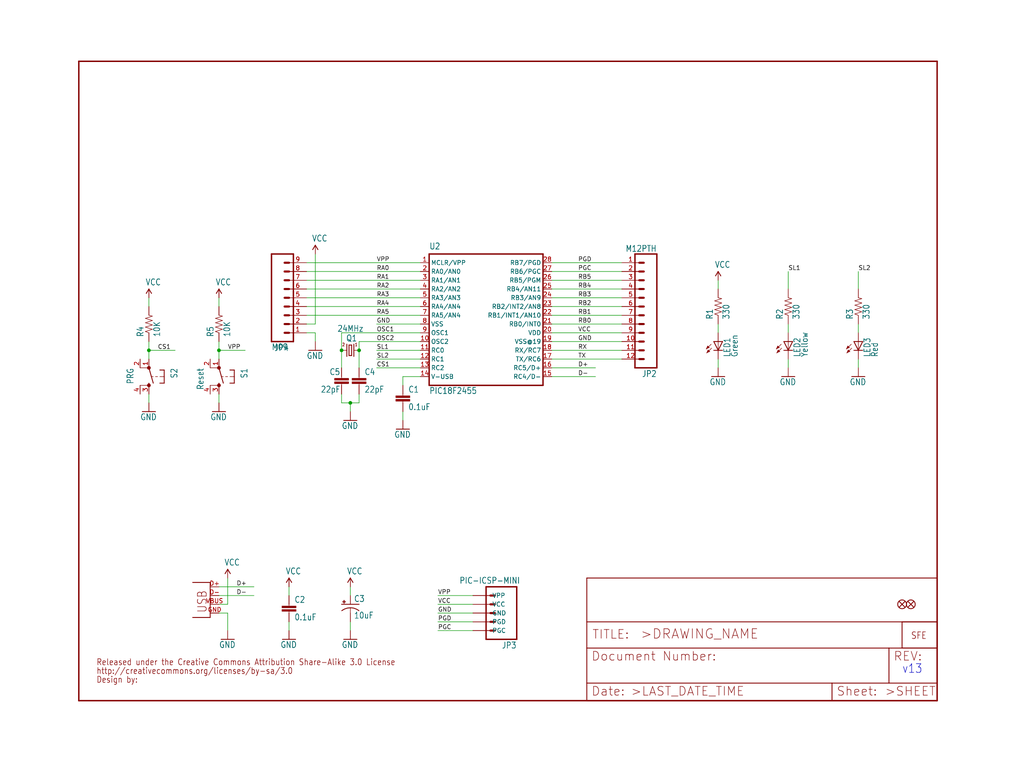
<source format=kicad_sch>
(kicad_sch (version 20211123) (generator eeschema)
  (paper "User" 297.002 223.926)
  (lib_symbols
    (symbol "eagleSchem-eagle-import:CAP0402-CAP"
      (property "Reference" "C" (at 1.524 2.921 0))
      (property "Value" "CAP0402-CAP" (at 1.524 -2.159 0))
      (symbol "CAP0402-CAP_1_0"
        (rectangle (start -2.032 0.508) (end 2.032 1.016) (fill (type outline)))
        (rectangle (start -2.032 1.524) (end 2.032 2.032) (fill (type outline)))
        (polyline (pts (xy 0 0) (xy 0 0.508)) (stroke (width 0.1524)))
        (polyline (pts (xy 0 2.54) (xy 0 2.032)) (stroke (width 0.1524)))
        (pin passive line (at 0 5.08 270) (length 2.54) (name "1") (number "1"))
        (pin passive line (at 0 -2.54 90) (length 2.54) (name "2") (number "2"))
      )
    )
    (symbol "eagleSchem-eagle-import:CAP_POL1206"
      (property "Reference" "C" (at 1.016 0.635 0))
      (property "Value" "CAP_POL1206" (at 1.016 -4.191 0))
      (symbol "CAP_POL1206_1_0"
        (rectangle (start -2.253 0.668) (end -1.364 0.795) (fill (type outline)))
        (rectangle (start -1.872 0.287) (end -1.745 1.176) (fill (type outline)))
        (arc (start 0 -1.0161) (mid -1.3021 -1.2302) (end -2.4669 -1.8504) (stroke (width 0.254)))
        (polyline (pts (xy -2.54 0) (xy 2.54 0)) (stroke (width 0.254)))
        (polyline (pts (xy 0 -1.016) (xy 0 -2.54)) (stroke (width 0.1524)))
        (arc (start 2.4892 -1.8542) (mid 1.3158 -1.2195) (end 0 -1) (stroke (width 0.254)))
        (pin passive line (at 0 2.54 270) (length 2.54) (name "+") (number "A"))
        (pin passive line (at 0 -5.08 90) (length 2.54) (name "-") (number "C"))
      )
    )
    (symbol "eagleSchem-eagle-import:CREATIVE_COMMONS"
      (symbol "CREATIVE_COMMONS_1_0"
        (text "Design by:" (at 0 0 0) (effects (font (size 1.778 1.5113)) (justify left bottom)))
        (text "http://creativecommons.org/licenses/by-sa/3.0" (at 0 2.54 0) (effects (font (size 1.778 1.5113)) (justify left bottom)))
        (text "Released under the Creative Commons Attribution Share-Alike 3.0 License" (at 0 5.08 0) (effects (font (size 1.778 1.5113)) (justify left bottom)))
      )
    )
    (symbol "eagleSchem-eagle-import:CRYSTAL5X3"
      (property "Reference" "Q" (at 2.54 1.016 0))
      (property "Value" "CRYSTAL5X3" (at 2.54 -2.54 0))
      (symbol "CRYSTAL5X3_1_0"
        (polyline (pts (xy -2.54 0) (xy -1.016 0)) (stroke (width 0.1524)))
        (polyline (pts (xy -1.016 1.778) (xy -1.016 -1.778)) (stroke (width 0.254)))
        (polyline (pts (xy -0.381 -1.524) (xy 0.381 -1.524)) (stroke (width 0.254)))
        (polyline (pts (xy -0.381 1.524) (xy -0.381 -1.524)) (stroke (width 0.254)))
        (polyline (pts (xy 0.381 -1.524) (xy 0.381 1.524)) (stroke (width 0.254)))
        (polyline (pts (xy 0.381 1.524) (xy -0.381 1.524)) (stroke (width 0.254)))
        (polyline (pts (xy 1.016 0) (xy 2.54 0)) (stroke (width 0.1524)))
        (polyline (pts (xy 1.016 1.778) (xy 1.016 -1.778)) (stroke (width 0.254)))
        (text "1" (at -2.159 -1.143 0) (effects (font (size 0.8636 0.734)) (justify left bottom)))
        (text "2" (at 1.524 -1.143 0) (effects (font (size 0.8636 0.734)) (justify left bottom)))
        (pin passive line (at -2.54 0 0) (length 0) (name "1") (number "1"))
        (pin passive line (at 2.54 0 180) (length 0) (name "2") (number "3"))
      )
    )
    (symbol "eagleSchem-eagle-import:FIDUCIAL1X2"
      (symbol "FIDUCIAL1X2_1_0"
        (polyline (pts (xy -0.762 0.762) (xy 0.762 -0.762)) (stroke (width 0.254)))
        (polyline (pts (xy 0.762 0.762) (xy -0.762 -0.762)) (stroke (width 0.254)))
        (circle (center 0 0) (radius 1.27) (stroke (width 0.254)))
      )
    )
    (symbol "eagleSchem-eagle-import:FRAME-LETTER"
      (symbol "FRAME-LETTER_1_0"
        (polyline (pts (xy 0 0) (xy 248.92 0)) (stroke (width 0.4064)))
        (polyline (pts (xy 0 185.42) (xy 0 0)) (stroke (width 0.4064)))
        (polyline (pts (xy 0 185.42) (xy 248.92 185.42)) (stroke (width 0.4064)))
        (polyline (pts (xy 248.92 185.42) (xy 248.92 0)) (stroke (width 0.4064)))
      )
      (symbol "FRAME-LETTER_2_0"
        (polyline (pts (xy 0 0) (xy 0 5.08)) (stroke (width 0.254)))
        (polyline (pts (xy 0 0) (xy 71.12 0)) (stroke (width 0.254)))
        (polyline (pts (xy 0 5.08) (xy 0 15.24)) (stroke (width 0.254)))
        (polyline (pts (xy 0 5.08) (xy 71.12 5.08)) (stroke (width 0.254)))
        (polyline (pts (xy 0 15.24) (xy 0 22.86)) (stroke (width 0.254)))
        (polyline (pts (xy 0 22.86) (xy 0 35.56)) (stroke (width 0.254)))
        (polyline (pts (xy 0 22.86) (xy 101.6 22.86)) (stroke (width 0.254)))
        (polyline (pts (xy 71.12 0) (xy 101.6 0)) (stroke (width 0.254)))
        (polyline (pts (xy 71.12 5.08) (xy 71.12 0)) (stroke (width 0.254)))
        (polyline (pts (xy 71.12 5.08) (xy 87.63 5.08)) (stroke (width 0.254)))
        (polyline (pts (xy 87.63 5.08) (xy 101.6 5.08)) (stroke (width 0.254)))
        (polyline (pts (xy 87.63 15.24) (xy 0 15.24)) (stroke (width 0.254)))
        (polyline (pts (xy 87.63 15.24) (xy 87.63 5.08)) (stroke (width 0.254)))
        (polyline (pts (xy 101.6 5.08) (xy 101.6 0)) (stroke (width 0.254)))
        (polyline (pts (xy 101.6 15.24) (xy 87.63 15.24)) (stroke (width 0.254)))
        (polyline (pts (xy 101.6 15.24) (xy 101.6 5.08)) (stroke (width 0.254)))
        (polyline (pts (xy 101.6 22.86) (xy 101.6 15.24)) (stroke (width 0.254)))
        (polyline (pts (xy 101.6 35.56) (xy 0 35.56)) (stroke (width 0.254)))
        (polyline (pts (xy 101.6 35.56) (xy 101.6 22.86)) (stroke (width 0.254)))
        (text ">DRAWING_NAME" (at 15.494 17.78 0) (effects (font (size 2.7432 2.7432)) (justify left bottom)))
        (text ">LAST_DATE_TIME" (at 12.7 1.27 0) (effects (font (size 2.54 2.54)) (justify left bottom)))
        (text ">SHEET" (at 86.36 1.27 0) (effects (font (size 2.54 2.54)) (justify left bottom)))
        (text "Date:" (at 1.27 1.27 0) (effects (font (size 2.54 2.54)) (justify left bottom)))
        (text "Document Number:" (at 1.27 11.43 0) (effects (font (size 2.54 2.54)) (justify left bottom)))
        (text "REV:" (at 88.9 11.43 0) (effects (font (size 2.54 2.54)) (justify left bottom)))
        (text "Sheet:" (at 72.39 1.27 0) (effects (font (size 2.54 2.54)) (justify left bottom)))
        (text "TITLE:" (at 1.524 17.78 0) (effects (font (size 2.54 2.54)) (justify left bottom)))
      )
    )
    (symbol "eagleSchem-eagle-import:GND" (power)
      (property "Value" "GND" (at -2.54 -2.54 0))
      (symbol "GND_1_0"
        (polyline (pts (xy -1.905 0) (xy 1.905 0)) (stroke (width 0.254)))
        (pin power_in line (at 0 2.54 270) (length 2.54) (name "GND") (number "1"))
      )
    )
    (symbol "eagleSchem-eagle-import:LED1206"
      (property "Reference" "LED" (at 3.556 -4.572 90))
      (property "Value" "LED1206" (at 5.715 -4.572 90))
      (symbol "LED1206_1_0"
        (polyline (pts (xy -2.032 -0.762) (xy -3.429 -2.159)) (stroke (width 0.1524)))
        (polyline (pts (xy -1.905 -1.905) (xy -3.302 -3.302)) (stroke (width 0.1524)))
        (polyline (pts (xy 0 -2.54) (xy -1.27 -2.54)) (stroke (width 0.254)))
        (polyline (pts (xy 0 -2.54) (xy -1.27 0)) (stroke (width 0.254)))
        (polyline (pts (xy 0 0) (xy -1.27 0)) (stroke (width 0.254)))
        (polyline (pts (xy 0 0) (xy 0 -2.54)) (stroke (width 0.1524)))
        (polyline (pts (xy 1.27 -2.54) (xy 0 -2.54)) (stroke (width 0.254)))
        (polyline (pts (xy 1.27 0) (xy 0 -2.54)) (stroke (width 0.254)))
        (polyline (pts (xy 1.27 0) (xy 0 0)) (stroke (width 0.254)))
        (polyline (pts (xy -3.429 -2.159) (xy -3.048 -1.27) (xy -2.54 -1.778)) (fill (type outline)))
        (polyline (pts (xy -3.302 -3.302) (xy -2.921 -2.413) (xy -2.413 -2.921)) (fill (type outline)))
        (pin passive line (at 0 2.54 270) (length 2.54) (name "A") (number "A"))
        (pin passive line (at 0 -5.08 90) (length 2.54) (name "C") (number "C"))
      )
    )
    (symbol "eagleSchem-eagle-import:LOGO-SFENEW"
      (symbol "LOGO-SFENEW_1_0"
        (polyline (pts (xy -2.54 -2.54) (xy 7.62 -2.54)) (stroke (width 0.254)))
        (polyline (pts (xy -2.54 5.08) (xy -2.54 -2.54)) (stroke (width 0.254)))
        (polyline (pts (xy 7.62 -2.54) (xy 7.62 5.08)) (stroke (width 0.254)))
        (polyline (pts (xy 7.62 5.08) (xy -2.54 5.08)) (stroke (width 0.254)))
        (text "SFE" (at 0 0 0) (effects (font (size 1.9304 1.6408)) (justify left bottom)))
      )
    )
    (symbol "eagleSchem-eagle-import:M09"
      (property "Reference" "JP" (at 0 16.51 0))
      (property "Value" "M09" (at 0 -15.24 0))
      (symbol "M09_1_0"
        (polyline (pts (xy 0 12.7) (xy 0 -12.7)) (stroke (width 0.4064)))
        (polyline (pts (xy 0 12.7) (xy 6.35 12.7)) (stroke (width 0.4064)))
        (polyline (pts (xy 3.81 -10.16) (xy 5.08 -10.16)) (stroke (width 0.6096)))
        (polyline (pts (xy 3.81 -7.62) (xy 5.08 -7.62)) (stroke (width 0.6096)))
        (polyline (pts (xy 3.81 -5.08) (xy 5.08 -5.08)) (stroke (width 0.6096)))
        (polyline (pts (xy 3.81 -2.54) (xy 5.08 -2.54)) (stroke (width 0.6096)))
        (polyline (pts (xy 3.81 0) (xy 5.08 0)) (stroke (width 0.6096)))
        (polyline (pts (xy 3.81 2.54) (xy 5.08 2.54)) (stroke (width 0.6096)))
        (polyline (pts (xy 3.81 5.08) (xy 5.08 5.08)) (stroke (width 0.6096)))
        (polyline (pts (xy 3.81 7.62) (xy 5.08 7.62)) (stroke (width 0.6096)))
        (polyline (pts (xy 3.81 10.16) (xy 5.08 10.16)) (stroke (width 0.6096)))
        (polyline (pts (xy 6.35 -12.7) (xy 0 -12.7)) (stroke (width 0.4064)))
        (polyline (pts (xy 6.35 -12.7) (xy 6.35 12.7)) (stroke (width 0.4064)))
        (pin passive line (at 10.16 -10.16 180) (length 5.08) (name "1") (number "1"))
        (pin passive line (at 10.16 -7.62 180) (length 5.08) (name "2") (number "2"))
        (pin passive line (at 10.16 -5.08 180) (length 5.08) (name "3") (number "3"))
        (pin passive line (at 10.16 -2.54 180) (length 5.08) (name "4") (number "4"))
        (pin passive line (at 10.16 0 180) (length 5.08) (name "5") (number "5"))
        (pin passive line (at 10.16 2.54 180) (length 5.08) (name "6") (number "6"))
        (pin passive line (at 10.16 5.08 180) (length 5.08) (name "7") (number "7"))
        (pin passive line (at 10.16 7.62 180) (length 5.08) (name "8") (number "8"))
        (pin passive line (at 10.16 10.16 180) (length 5.08) (name "9") (number "9"))
      )
    )
    (symbol "eagleSchem-eagle-import:M12PTH"
      (property "Reference" "JP" (at 0 16.002 0))
      (property "Value" "M12PTH" (at 0 -20.32 0))
      (symbol "M12PTH_1_0"
        (polyline (pts (xy 0 15.24) (xy 0 -17.78)) (stroke (width 0.4064)))
        (polyline (pts (xy 0 15.24) (xy 6.35 15.24)) (stroke (width 0.4064)))
        (polyline (pts (xy 3.81 -15.24) (xy 5.08 -15.24)) (stroke (width 0.6096)))
        (polyline (pts (xy 3.81 -12.7) (xy 5.08 -12.7)) (stroke (width 0.6096)))
        (polyline (pts (xy 3.81 -10.16) (xy 5.08 -10.16)) (stroke (width 0.6096)))
        (polyline (pts (xy 3.81 -7.62) (xy 5.08 -7.62)) (stroke (width 0.6096)))
        (polyline (pts (xy 3.81 -5.08) (xy 5.08 -5.08)) (stroke (width 0.6096)))
        (polyline (pts (xy 3.81 -2.54) (xy 5.08 -2.54)) (stroke (width 0.6096)))
        (polyline (pts (xy 3.81 0) (xy 5.08 0)) (stroke (width 0.6096)))
        (polyline (pts (xy 3.81 2.54) (xy 5.08 2.54)) (stroke (width 0.6096)))
        (polyline (pts (xy 3.81 5.08) (xy 5.08 5.08)) (stroke (width 0.6096)))
        (polyline (pts (xy 3.81 7.62) (xy 5.08 7.62)) (stroke (width 0.6096)))
        (polyline (pts (xy 3.81 10.16) (xy 5.08 10.16)) (stroke (width 0.6096)))
        (polyline (pts (xy 3.81 12.7) (xy 5.08 12.7)) (stroke (width 0.6096)))
        (polyline (pts (xy 6.35 -17.78) (xy 0 -17.78)) (stroke (width 0.4064)))
        (polyline (pts (xy 6.35 -17.78) (xy 6.35 15.24)) (stroke (width 0.4064)))
        (pin passive line (at 10.16 -15.24 180) (length 5.08) (name "1") (number "1"))
        (pin passive line (at 10.16 7.62 180) (length 5.08) (name "10") (number "10"))
        (pin passive line (at 10.16 10.16 180) (length 5.08) (name "11") (number "11"))
        (pin passive line (at 10.16 12.7 180) (length 5.08) (name "12") (number "12"))
        (pin passive line (at 10.16 -12.7 180) (length 5.08) (name "2") (number "2"))
        (pin passive line (at 10.16 -10.16 180) (length 5.08) (name "3") (number "3"))
        (pin passive line (at 10.16 -7.62 180) (length 5.08) (name "4") (number "4"))
        (pin passive line (at 10.16 -5.08 180) (length 5.08) (name "5") (number "5"))
        (pin passive line (at 10.16 -2.54 180) (length 5.08) (name "6") (number "6"))
        (pin passive line (at 10.16 0 180) (length 5.08) (name "7") (number "7"))
        (pin passive line (at 10.16 2.54 180) (length 5.08) (name "8") (number "8"))
        (pin passive line (at 10.16 5.08 180) (length 5.08) (name "9") (number "9"))
      )
    )
    (symbol "eagleSchem-eagle-import:PIC-ICSP-MINI"
      (property "Value" "PIC-ICSP-MINI" (at 6.096 10.414 0))
      (symbol "PIC-ICSP-MINI_1_0"
        (polyline (pts (xy -3.81 7.62) (xy -3.81 -7.62)) (stroke (width 0.4064)))
        (polyline (pts (xy -3.81 7.62) (xy 5.08 7.62)) (stroke (width 0.4064)))
        (polyline (pts (xy -1.27 -5.08) (xy -2.54 -5.08)) (stroke (width 0.6096)))
        (polyline (pts (xy -1.27 -2.54) (xy -2.54 -2.54)) (stroke (width 0.6096)))
        (polyline (pts (xy -1.27 0) (xy -2.54 0)) (stroke (width 0.6096)))
        (polyline (pts (xy -1.27 2.54) (xy -2.54 2.54)) (stroke (width 0.6096)))
        (polyline (pts (xy -1.27 5.08) (xy -2.54 5.08)) (stroke (width 0.6096)))
        (polyline (pts (xy 5.08 -7.62) (xy -3.81 -7.62)) (stroke (width 0.4064)))
        (polyline (pts (xy 5.08 -7.62) (xy 5.08 7.62)) (stroke (width 0.4064)))
        (pin passive line (at -7.62 5.08 0) (length 5.08) (name "VPP") (number "1"))
        (pin passive line (at -7.62 2.54 0) (length 5.08) (name "VCC") (number "2"))
        (pin passive line (at -7.62 0 0) (length 5.08) (name "GND") (number "3"))
        (pin passive line (at -7.62 -2.54 0) (length 5.08) (name "PGD") (number "4"))
        (pin passive line (at -7.62 -5.08 0) (length 5.08) (name "PGC") (number "5"))
      )
    )
    (symbol "eagleSchem-eagle-import:PIC18F2455SMD"
      (property "Value" "PIC18F2455SMD" (at -17.78 -20.32 0))
      (symbol "PIC18F2455SMD_1_0"
        (polyline (pts (xy -17.78 -17.78) (xy -17.78 20.32)) (stroke (width 0.4064)))
        (polyline (pts (xy -17.78 20.32) (xy 15.24 20.32)) (stroke (width 0.4064)))
        (polyline (pts (xy 15.24 -17.78) (xy -17.78 -17.78)) (stroke (width 0.4064)))
        (polyline (pts (xy 15.24 20.32) (xy 15.24 -17.78)) (stroke (width 0.4064)))
        (pin bidirectional line (at -20.32 17.78 0) (length 2.54) (name "MCLR/VPP") (number "1"))
        (pin bidirectional line (at -20.32 -5.08 0) (length 2.54) (name "OSC2") (number "10"))
        (pin bidirectional line (at -20.32 -7.62 0) (length 2.54) (name "RC0") (number "11"))
        (pin bidirectional line (at -20.32 -10.16 0) (length 2.54) (name "RC1") (number "12"))
        (pin bidirectional line (at -20.32 -12.7 0) (length 2.54) (name "RC2") (number "13"))
        (pin bidirectional line (at -20.32 -15.24 0) (length 2.54) (name "V-USB") (number "14"))
        (pin bidirectional line (at 17.78 -15.24 180) (length 2.54) (name "RC4/D-") (number "15"))
        (pin bidirectional line (at 17.78 -12.7 180) (length 2.54) (name "RC5/D+") (number "16"))
        (pin bidirectional line (at 17.78 -10.16 180) (length 2.54) (name "TX/RC6") (number "17"))
        (pin input line (at 17.78 -7.62 180) (length 2.54) (name "RX/RC7") (number "18"))
        (pin power_in line (at 17.78 -5.08 180) (length 2.54) (name "VSS@19") (number "19"))
        (pin bidirectional line (at -20.32 15.24 0) (length 2.54) (name "RA0/AN0") (number "2"))
        (pin power_in line (at 17.78 -2.54 180) (length 2.54) (name "VDD") (number "20"))
        (pin bidirectional line (at 17.78 0 180) (length 2.54) (name "RB0/INT0") (number "21"))
        (pin bidirectional line (at 17.78 2.54 180) (length 2.54) (name "RB1/INT1/AN10") (number "22"))
        (pin bidirectional line (at 17.78 5.08 180) (length 2.54) (name "RB2/INT2/AN8") (number "23"))
        (pin bidirectional line (at 17.78 7.62 180) (length 2.54) (name "RB3/AN9") (number "24"))
        (pin bidirectional line (at 17.78 10.16 180) (length 2.54) (name "RB4/AN11") (number "25"))
        (pin bidirectional line (at 17.78 12.7 180) (length 2.54) (name "RB5/PGM") (number "26"))
        (pin bidirectional line (at 17.78 15.24 180) (length 2.54) (name "RB6/PGC") (number "27"))
        (pin bidirectional line (at 17.78 17.78 180) (length 2.54) (name "RB7/PGD") (number "28"))
        (pin bidirectional line (at -20.32 12.7 0) (length 2.54) (name "RA1/AN1") (number "3"))
        (pin bidirectional line (at -20.32 10.16 0) (length 2.54) (name "RA2/AN2") (number "4"))
        (pin bidirectional line (at -20.32 7.62 0) (length 2.54) (name "RA3/AN3") (number "5"))
        (pin bidirectional line (at -20.32 5.08 0) (length 2.54) (name "RA4/AN4") (number "6"))
        (pin bidirectional line (at -20.32 2.54 0) (length 2.54) (name "RA5/AN4") (number "7"))
        (pin power_in line (at -20.32 0 0) (length 2.54) (name "VSS") (number "8"))
        (pin bidirectional line (at -20.32 -2.54 0) (length 2.54) (name "OSC1") (number "9"))
      )
    )
    (symbol "eagleSchem-eagle-import:RESISTOR0402-RES"
      (property "Reference" "R" (at -3.81 1.4986 0))
      (property "Value" "RESISTOR0402-RES" (at -3.81 -3.302 0))
      (symbol "RESISTOR0402-RES_1_0"
        (polyline (pts (xy -2.54 0) (xy -2.159 1.016)) (stroke (width 0.1524)))
        (polyline (pts (xy -2.159 1.016) (xy -1.524 -1.016)) (stroke (width 0.1524)))
        (polyline (pts (xy -1.524 -1.016) (xy -0.889 1.016)) (stroke (width 0.1524)))
        (polyline (pts (xy -0.889 1.016) (xy -0.254 -1.016)) (stroke (width 0.1524)))
        (polyline (pts (xy -0.254 -1.016) (xy 0.381 1.016)) (stroke (width 0.1524)))
        (polyline (pts (xy 0.381 1.016) (xy 1.016 -1.016)) (stroke (width 0.1524)))
        (polyline (pts (xy 1.016 -1.016) (xy 1.651 1.016)) (stroke (width 0.1524)))
        (polyline (pts (xy 1.651 1.016) (xy 2.286 -1.016)) (stroke (width 0.1524)))
        (polyline (pts (xy 2.286 -1.016) (xy 2.54 0)) (stroke (width 0.1524)))
        (pin passive line (at -5.08 0 0) (length 2.54) (name "1") (number "1"))
        (pin passive line (at 5.08 0 180) (length 2.54) (name "2") (number "2"))
      )
    )
    (symbol "eagleSchem-eagle-import:TAC_SWITCHSMD"
      (property "Reference" "S" (at -2.54 6.35 0))
      (property "Value" "TAC_SWITCHSMD" (at -2.54 -6.35 0))
      (symbol "TAC_SWITCHSMD_1_0"
        (circle (center -2.54 0) (radius 0.127) (stroke (width 0.4064)))
        (polyline (pts (xy -2.54 -2.54) (xy -2.54 0)) (stroke (width 0.1524)))
        (polyline (pts (xy -2.54 0) (xy 1.905 1.27)) (stroke (width 0.254)))
        (polyline (pts (xy -1.905 4.445) (xy -1.905 3.175)) (stroke (width 0.254)))
        (polyline (pts (xy 0 1.27) (xy 0 0.635)) (stroke (width 0.1524)))
        (polyline (pts (xy 0 2.54) (xy 0 1.905)) (stroke (width 0.1524)))
        (polyline (pts (xy 0 4.445) (xy -1.905 4.445)) (stroke (width 0.254)))
        (polyline (pts (xy 0 4.445) (xy 0 3.175)) (stroke (width 0.1524)))
        (polyline (pts (xy 1.905 0) (xy 2.54 0)) (stroke (width 0.254)))
        (polyline (pts (xy 1.905 4.445) (xy 0 4.445)) (stroke (width 0.254)))
        (polyline (pts (xy 1.905 4.445) (xy 1.905 3.175)) (stroke (width 0.254)))
        (polyline (pts (xy 2.54 -2.54) (xy 2.54 0)) (stroke (width 0.1524)))
        (circle (center 2.54 0) (radius 0.127) (stroke (width 0.4064)))
        (pin passive line (at -5.08 0 0) (length 2.54) (name "1") (number "1"))
        (pin passive line (at -5.08 -2.54 0) (length 2.54) (name "2") (number "2"))
        (pin passive line (at 5.08 0 180) (length 2.54) (name "3") (number "3"))
        (pin passive line (at 5.08 -2.54 180) (length 2.54) (name "4") (number "4"))
      )
    )
    (symbol "eagleSchem-eagle-import:USBSMD"
      (symbol "USBSMD_1_0"
        (polyline (pts (xy 0 -1.27) (xy 5.08 -1.27)) (stroke (width 0.254)))
        (polyline (pts (xy 0 8.89) (xy 0 -1.27)) (stroke (width 0.254)))
        (polyline (pts (xy 5.08 8.89) (xy 0 8.89)) (stroke (width 0.254)))
        (text "USB" (at 3.81 0 900) (effects (font (size 2.54 2.159)) (justify left bottom)))
        (pin bidirectional line (at -2.54 7.62 0) (length 2.54) (name "D+") (number "D+"))
        (pin bidirectional line (at -2.54 5.08 0) (length 2.54) (name "D-") (number "D-"))
        (pin bidirectional line (at -2.54 0 0) (length 2.54) (name "GND") (number "GND"))
        (pin bidirectional line (at -2.54 2.54 0) (length 2.54) (name "VBUS") (number "VBUS"))
      )
    )
    (symbol "eagleSchem-eagle-import:VCC" (power)
      (property "Value" "VCC" (at -1.016 3.556 0))
      (symbol "VCC_1_0"
        (polyline (pts (xy 0 2.54) (xy -0.762 1.27)) (stroke (width 0.254)))
        (polyline (pts (xy 0.762 1.27) (xy 0 2.54)) (stroke (width 0.254)))
        (pin power_in line (at 0 0 90) (length 2.54) (name "VCC") (number "1"))
      )
    )
  )
  (junction (at 104.14 101.6))
  (junction (at 99.06 101.6))
  (junction (at 43.18 101.6))
  (junction (at 63.5 101.6))
  (junction (at 101.6 116.84))
  (wire (pts (xy 83.82 172.72) (xy 83.82 170.18)))
  (wire (pts (xy 121.92 83.82) (xy 88.9 83.82)))
  (wire (pts (xy 180.34 99.06) (xy 160.02 99.06)))
  (wire (pts (xy 63.5 116.84) (xy 63.5 114.3)))
  (wire (pts (xy 160.02 96.52) (xy 180.34 96.52)))
  (wire (pts (xy 88.9 93.98) (xy 91.44 93.98)))
  (wire (pts (xy 101.6 116.84) (xy 99.06 116.84)))
  (wire (pts (xy 91.44 96.52) (xy 91.44 99.06)))
  (wire (pts (xy 160.02 86.36) (xy 180.34 86.36)))
  (wire (pts (xy 99.06 116.84) (xy 99.06 114.3)))
  (wire (pts (xy 99.06 96.52) (xy 99.06 101.6)))
  (wire (pts (xy 63.5 104.14) (xy 63.5 101.6)))
  (wire (pts (xy 99.06 101.6) (xy 99.06 106.68)))
  (wire (pts (xy 63.5 88.9) (xy 63.5 86.36)))
  (wire (pts (xy 121.92 76.2) (xy 88.9 76.2)))
  (wire (pts (xy 228.6 106.68) (xy 228.6 104.14)))
  (wire (pts (xy 101.6 119.38) (xy 101.6 116.84)))
  (wire (pts (xy 248.92 83.82) (xy 248.92 78.74)))
  (wire (pts (xy 66.04 177.8) (xy 66.04 182.88)))
  (wire (pts (xy 160.02 81.28) (xy 180.34 81.28)))
  (wire (pts (xy 160.02 76.2) (xy 180.34 76.2)))
  (wire (pts (xy 63.5 175.26) (xy 66.04 175.26)))
  (wire (pts (xy 104.14 101.6) (xy 104.14 106.68)))
  (wire (pts (xy 121.92 104.14) (xy 109.22 104.14)))
  (wire (pts (xy 63.5 177.8) (xy 66.04 177.8)))
  (wire (pts (xy 160.02 101.6) (xy 180.34 101.6)))
  (wire (pts (xy 43.18 99.06) (xy 43.18 101.6)))
  (wire (pts (xy 88.9 96.52) (xy 91.44 96.52)))
  (wire (pts (xy 104.14 116.84) (xy 101.6 116.84)))
  (wire (pts (xy 116.84 119.38) (xy 116.84 121.92)))
  (wire (pts (xy 63.5 101.6) (xy 63.5 99.06)))
  (wire (pts (xy 101.6 170.18) (xy 101.6 172.72)))
  (wire (pts (xy 180.34 93.98) (xy 160.02 93.98)))
  (wire (pts (xy 137.16 182.88) (xy 127 182.88)))
  (wire (pts (xy 160.02 106.68) (xy 172.72 106.68)))
  (wire (pts (xy 228.6 83.82) (xy 228.6 78.74)))
  (wire (pts (xy 121.92 86.36) (xy 88.9 86.36)))
  (wire (pts (xy 121.92 81.28) (xy 88.9 81.28)))
  (wire (pts (xy 121.92 99.06) (xy 104.14 99.06)))
  (wire (pts (xy 180.34 88.9) (xy 160.02 88.9)))
  (wire (pts (xy 208.28 93.98) (xy 208.28 96.52)))
  (wire (pts (xy 121.92 109.22) (xy 116.84 109.22)))
  (wire (pts (xy 121.92 101.6) (xy 109.22 101.6)))
  (wire (pts (xy 121.92 93.98) (xy 109.22 93.98)))
  (wire (pts (xy 104.14 114.3) (xy 104.14 116.84)))
  (wire (pts (xy 137.16 172.72) (xy 127 172.72)))
  (wire (pts (xy 83.82 180.34) (xy 83.82 182.88)))
  (wire (pts (xy 180.34 83.82) (xy 160.02 83.82)))
  (wire (pts (xy 160.02 91.44) (xy 180.34 91.44)))
  (wire (pts (xy 208.28 83.82) (xy 208.28 81.28)))
  (wire (pts (xy 180.34 104.14) (xy 160.02 104.14)))
  (wire (pts (xy 121.92 78.74) (xy 88.9 78.74)))
  (wire (pts (xy 43.18 101.6) (xy 50.8 101.6)))
  (wire (pts (xy 121.92 88.9) (xy 88.9 88.9)))
  (wire (pts (xy 104.14 101.6) (xy 104.14 99.06)))
  (wire (pts (xy 228.6 96.52) (xy 228.6 93.98)))
  (wire (pts (xy 121.92 106.68) (xy 109.22 106.68)))
  (wire (pts (xy 137.16 175.26) (xy 127 175.26)))
  (wire (pts (xy 160.02 109.22) (xy 172.72 109.22)))
  (wire (pts (xy 160.02 78.74) (xy 180.34 78.74)))
  (wire (pts (xy 63.5 170.18) (xy 73.66 170.18)))
  (wire (pts (xy 137.16 177.8) (xy 127 177.8)))
  (wire (pts (xy 101.6 182.88) (xy 101.6 180.34)))
  (wire (pts (xy 121.92 96.52) (xy 99.06 96.52)))
  (wire (pts (xy 116.84 109.22) (xy 116.84 111.76)))
  (wire (pts (xy 208.28 104.14) (xy 208.28 106.68)))
  (wire (pts (xy 66.04 175.26) (xy 66.04 167.64)))
  (wire (pts (xy 137.16 180.34) (xy 127 180.34)))
  (wire (pts (xy 248.92 106.68) (xy 248.92 104.14)))
  (wire (pts (xy 63.5 172.72) (xy 73.66 172.72)))
  (wire (pts (xy 121.92 91.44) (xy 88.9 91.44)))
  (wire (pts (xy 43.18 86.36) (xy 43.18 88.9)))
  (wire (pts (xy 63.5 101.6) (xy 71.12 101.6)))
  (wire (pts (xy 248.92 93.98) (xy 248.92 96.52)))
  (wire (pts (xy 43.18 101.6) (xy 43.18 104.14)))
  (wire (pts (xy 43.18 114.3) (xy 43.18 116.84)))
  (wire (pts (xy 91.44 93.98) (xy 91.44 73.66)))
  (text "v13" (at 261.62 195.58 180) (effects (font (size 2.54 2.159)) (justify left bottom)))
  (label "RX" (at 167.64 101.6 0) (effects (font (size 1.2446 1.2446))))
  (label "RB5" (at 167.64 81.28 0) (effects (font (size 1.2446 1.2446))))
  (label "CS1" (at 109.22 106.68 0) (effects (font (size 1.2446 1.2446))))
  (label "D-" (at 68.58 172.72 0) (effects (font (size 1.2446 1.2446))))
  (label "OSC2" (at 109.22 99.06 0) (effects (font (size 1.2446 1.2446))))
  (label "TX" (at 167.64 104.14 0) (effects (font (size 1.2446 1.2446))))
  (label "GND" (at 127 177.8 0) (effects (font (size 1.2446 1.2446))))
  (label "RB1" (at 167.64 91.44 0) (effects (font (size 1.2446 1.2446))))
  (label "GND" (at 167.64 99.06 0) (effects (font (size 1.2446 1.2446))))
  (label "SL2" (at 248.92 78.74 0) (effects (font (size 1.2446 1.2446))))
  (label "SL1" (at 109.22 101.6 0) (effects (font (size 1.2446 1.2446))))
  (label "VPP" (at 66.04 101.6 0) (effects (font (size 1.2446 1.2446))))
  (label "SL1" (at 228.6 78.74 0) (effects (font (size 1.2446 1.2446))))
  (label "PGD" (at 127 180.34 0) (effects (font (size 1.2446 1.2446))))
  (label "RB2" (at 167.64 88.9 0) (effects (font (size 1.2446 1.2446))))
  (label "RA2" (at 109.22 83.82 0) (effects (font (size 1.2446 1.2446))))
  (label "D+" (at 68.58 170.18 0) (effects (font (size 1.2446 1.2446))))
  (label "RB3" (at 167.64 86.36 0) (effects (font (size 1.2446 1.2446))))
  (label "RB0" (at 167.64 93.98 0) (effects (font (size 1.2446 1.2446))))
  (label "RA5" (at 109.22 91.44 0) (effects (font (size 1.2446 1.2446))))
  (label "PGC" (at 127 182.88 0) (effects (font (size 1.2446 1.2446))))
  (label "GND" (at 109.22 93.98 0) (effects (font (size 1.2446 1.2446))))
  (label "PGD" (at 167.64 76.2 0) (effects (font (size 1.2446 1.2446))))
  (label "D+" (at 167.64 106.68 0) (effects (font (size 1.2446 1.2446))))
  (label "PGC" (at 167.64 78.74 0) (effects (font (size 1.2446 1.2446))))
  (label "VCC" (at 167.64 96.52 0) (effects (font (size 1.2446 1.2446))))
  (label "VCC" (at 127 175.26 0) (effects (font (size 1.2446 1.2446))))
  (label "RA0" (at 109.22 78.74 0) (effects (font (size 1.2446 1.2446))))
  (label "VPP" (at 109.22 76.2 0) (effects (font (size 1.2446 1.2446))))
  (label "D-" (at 167.64 109.22 0) (effects (font (size 1.2446 1.2446))))
  (label "RA4" (at 109.22 88.9 0) (effects (font (size 1.2446 1.2446))))
  (label "OSC1" (at 109.22 96.52 0) (effects (font (size 1.2446 1.2446))))
  (label "RA3" (at 109.22 86.36 0) (effects (font (size 1.2446 1.2446))))
  (label "VPP" (at 127 172.72 0) (effects (font (size 1.2446 1.2446))))
  (label "RA1" (at 109.22 81.28 0) (effects (font (size 1.2446 1.2446))))
  (label "SL2" (at 109.22 104.14 0) (effects (font (size 1.2446 1.2446))))
  (label "RB4" (at 167.64 83.82 0) (effects (font (size 1.2446 1.2446))))
  (label "CS1" (at 45.72 101.6 0) (effects (font (size 1.2446 1.2446))))
  (symbol (lib_id "eagleSchem-eagle-import:RESISTOR0402-RES") (at 208.28 88.9 90) (unit 1)
    (property "Reference" "R1" (at 206.7814 92.71 0) (effects (font (size 1.778 1.5113)) (justify left bottom)))
    (property "Value" "330" (at 211.582 92.71 0) (effects (font (size 1.778 1.5113)) (justify left bottom)))
    (property "Footprint" "eagleSchem:0402-RES" (effects hide))
  )
  (symbol (lib_id "eagleSchem-eagle-import:VCC") (at 63.5 86.36 0) (unit 1)
    (property "Reference" "#P+3" (effects hide))
    (property "Value" "VCC" (at 62.484 82.804 0) (effects (font (size 1.778 1.5113)) (justify left bottom)))
    (property "Footprint" "eagleSchem:" (effects hide))
  )
  (symbol (lib_id "eagleSchem-eagle-import:GND") (at 66.04 185.42 0) (unit 1)
    (property "Reference" "#GND3" (effects hide))
    (property "Value" "GND" (at 63.5 187.96 0) (effects (font (size 1.778 1.5113)) (justify left bottom)))
    (property "Footprint" "eagleSchem:" (effects hide))
  )
  (symbol (lib_id "eagleSchem-eagle-import:CRYSTAL5X3") (at 101.6 101.6 180) (unit 1)
    (property "Reference" "Q1" (at 100.33 99.06 0) (effects (font (size 1.778 1.5113)) (justify right top)))
    (property "Value" "24MHz" (at 97.79 96.266 0) (effects (font (size 1.778 1.5113)) (justify right top)))
    (property "Footprint" "eagleSchem:CRYSTAL-SMD-5X3" (effects hide))
  )
  (symbol (lib_id "eagleSchem-eagle-import:CAP0402-CAP") (at 83.82 177.8 0) (unit 1)
    (property "Reference" "C2" (at 85.344 174.879 0) (effects (font (size 1.778 1.5113)) (justify left bottom)))
    (property "Value" "0.1uF" (at 85.344 179.959 0) (effects (font (size 1.778 1.5113)) (justify left bottom)))
    (property "Footprint" "eagleSchem:0402-CAP" (effects hide))
  )
  (symbol (lib_id "eagleSchem-eagle-import:GND") (at 248.92 109.22 0) (unit 1)
    (property "Reference" "#GND8" (effects hide))
    (property "Value" "GND" (at 246.38 111.76 0) (effects (font (size 1.778 1.5113)) (justify left bottom)))
    (property "Footprint" "eagleSchem:" (effects hide))
  )
  (symbol (lib_id "eagleSchem-eagle-import:LED1206") (at 228.6 99.06 0) (unit 1)
    (property "Reference" "LED2" (at 232.156 103.632 90) (effects (font (size 1.778 1.5113)) (justify left bottom)))
    (property "Value" "Yellow" (at 234.315 103.632 90) (effects (font (size 1.778 1.5113)) (justify left bottom)))
    (property "Footprint" "eagleSchem:LED-1206" (effects hide))
  )
  (symbol (lib_id "eagleSchem-eagle-import:USBSMD") (at 60.96 177.8 0) (mirror y) (unit 1)
    (property "Reference" "X1" (effects hide))
    (property "Value" "USBSMD" (effects hide))
    (property "Footprint" "eagleSchem:USB-MINIB" (effects hide))
  )
  (symbol (lib_id "eagleSchem-eagle-import:VCC") (at 91.44 73.66 0) (unit 1)
    (property "Reference" "#P+7" (effects hide))
    (property "Value" "VCC" (at 90.424 70.104 0) (effects (font (size 1.778 1.5113)) (justify left bottom)))
    (property "Footprint" "eagleSchem:" (effects hide))
  )
  (symbol (lib_id "eagleSchem-eagle-import:GND") (at 208.28 109.22 0) (unit 1)
    (property "Reference" "#GND1" (effects hide))
    (property "Value" "GND" (at 205.74 111.76 0) (effects (font (size 1.778 1.5113)) (justify left bottom)))
    (property "Footprint" "eagleSchem:" (effects hide))
  )
  (symbol (lib_id "eagleSchem-eagle-import:CAP0402-CAP") (at 99.06 111.76 0) (unit 1)
    (property "Reference" "C5" (at 95.504 108.839 0) (effects (font (size 1.778 1.5113)) (justify left bottom)))
    (property "Value" "22pF" (at 92.964 113.919 0) (effects (font (size 1.778 1.5113)) (justify left bottom)))
    (property "Footprint" "eagleSchem:0402-CAP" (effects hide))
  )
  (symbol (lib_id "eagleSchem-eagle-import:FIDUCIAL1X2") (at 261.62 175.26 0) (unit 1)
    (property "Reference" "FID1" (effects hide))
    (property "Value" "FIDUCIAL1X2" (effects hide))
    (property "Footprint" "eagleSchem:FIDUCIAL-1X2" (effects hide))
  )
  (symbol (lib_id "eagleSchem-eagle-import:GND") (at 101.6 121.92 0) (unit 1)
    (property "Reference" "#GND9" (effects hide))
    (property "Value" "GND" (at 99.06 124.46 0) (effects (font (size 1.778 1.5113)) (justify left bottom)))
    (property "Footprint" "eagleSchem:" (effects hide))
  )
  (symbol (lib_id "eagleSchem-eagle-import:PIC-ICSP-MINI") (at 144.78 177.8 0) (unit 1)
    (property "Reference" "JP3" (at 149.86 186.182 0) (effects (font (size 1.778 1.5113)) (justify right top)))
    (property "Value" "PIC-ICSP-MINI" (at 150.876 167.386 0) (effects (font (size 1.778 1.5113)) (justify right top)))
    (property "Footprint" "eagleSchem:PIC-ICSP-MINI" (effects hide))
  )
  (symbol (lib_id "eagleSchem-eagle-import:VCC") (at 208.28 81.28 0) (unit 1)
    (property "Reference" "#P+6" (effects hide))
    (property "Value" "VCC" (at 207.264 77.724 0) (effects (font (size 1.778 1.5113)) (justify left bottom)))
    (property "Footprint" "eagleSchem:" (effects hide))
  )
  (symbol (lib_id "eagleSchem-eagle-import:PIC18F2455SMD") (at 142.24 93.98 0) (unit 1)
    (property "Reference" "U2" (at 124.46 72.39 0) (effects (font (size 1.778 1.5113)) (justify left bottom)))
    (property "Value" "PIC18F2455" (at 124.46 114.3 0) (effects (font (size 1.778 1.5113)) (justify left bottom)))
    (property "Footprint" "eagleSchem:SO-28W" (effects hide))
  )
  (symbol (lib_id "eagleSchem-eagle-import:RESISTOR0402-RES") (at 63.5 93.98 90) (unit 1)
    (property "Reference" "R5" (at 62.0014 97.79 0) (effects (font (size 1.778 1.5113)) (justify left bottom)))
    (property "Value" "10K" (at 66.802 97.79 0) (effects (font (size 1.778 1.5113)) (justify left bottom)))
    (property "Footprint" "eagleSchem:0402-RES" (effects hide))
  )
  (symbol (lib_id "eagleSchem-eagle-import:FRAME-LETTER") (at 170.18 203.2 0) (unit 2)
    (property "Reference" "#FRAME1" (effects hide))
    (property "Value" "FRAME-LETTER" (effects hide))
    (property "Footprint" "eagleSchem:" (effects hide))
  )
  (symbol (lib_id "eagleSchem-eagle-import:VCC") (at 83.82 170.18 0) (unit 1)
    (property "Reference" "#P+1" (effects hide))
    (property "Value" "VCC" (at 82.804 166.624 0) (effects (font (size 1.778 1.5113)) (justify left bottom)))
    (property "Footprint" "eagleSchem:" (effects hide))
  )
  (symbol (lib_id "eagleSchem-eagle-import:FRAME-LETTER") (at 22.86 203.2 0) (unit 1)
    (property "Reference" "#FRAME1" (effects hide))
    (property "Value" "FRAME-LETTER" (effects hide))
    (property "Footprint" "eagleSchem:" (effects hide))
  )
  (symbol (lib_id "eagleSchem-eagle-import:GND") (at 83.82 185.42 0) (unit 1)
    (property "Reference" "#GND7" (effects hide))
    (property "Value" "GND" (at 81.28 187.96 0) (effects (font (size 1.778 1.5113)) (justify left bottom)))
    (property "Footprint" "eagleSchem:" (effects hide))
  )
  (symbol (lib_id "eagleSchem-eagle-import:RESISTOR0402-RES") (at 228.6 88.9 90) (unit 1)
    (property "Reference" "R2" (at 227.1014 92.71 0) (effects (font (size 1.778 1.5113)) (justify left bottom)))
    (property "Value" "330" (at 231.902 92.71 0) (effects (font (size 1.778 1.5113)) (justify left bottom)))
    (property "Footprint" "eagleSchem:0402-RES" (effects hide))
  )
  (symbol (lib_id "eagleSchem-eagle-import:CAP0402-CAP") (at 116.84 116.84 0) (unit 1)
    (property "Reference" "C1" (at 118.364 113.919 0) (effects (font (size 1.778 1.5113)) (justify left bottom)))
    (property "Value" "0.1uF" (at 118.364 118.999 0) (effects (font (size 1.778 1.5113)) (justify left bottom)))
    (property "Footprint" "eagleSchem:0402-CAP" (effects hide))
  )
  (symbol (lib_id "eagleSchem-eagle-import:VCC") (at 66.04 167.64 0) (unit 1)
    (property "Reference" "#P+2" (effects hide))
    (property "Value" "VCC" (at 65.024 164.084 0) (effects (font (size 1.778 1.5113)) (justify left bottom)))
    (property "Footprint" "eagleSchem:" (effects hide))
  )
  (symbol (lib_id "eagleSchem-eagle-import:LED1206") (at 208.28 99.06 0) (unit 1)
    (property "Reference" "LED1" (at 211.836 103.632 90) (effects (font (size 1.778 1.5113)) (justify left bottom)))
    (property "Value" "Green" (at 213.995 103.632 90) (effects (font (size 1.778 1.5113)) (justify left bottom)))
    (property "Footprint" "eagleSchem:LED-1206" (effects hide))
  )
  (symbol (lib_id "eagleSchem-eagle-import:CAP_POL1206") (at 101.6 175.26 0) (unit 1)
    (property "Reference" "C3" (at 102.616 174.625 0) (effects (font (size 1.778 1.5113)) (justify left bottom)))
    (property "Value" "10uF" (at 102.616 179.451 0) (effects (font (size 1.778 1.5113)) (justify left bottom)))
    (property "Footprint" "eagleSchem:EIA3216" (effects hide))
  )
  (symbol (lib_id "eagleSchem-eagle-import:GND") (at 228.6 109.22 0) (unit 1)
    (property "Reference" "#GND2" (effects hide))
    (property "Value" "GND" (at 226.06 111.76 0) (effects (font (size 1.778 1.5113)) (justify left bottom)))
    (property "Footprint" "eagleSchem:" (effects hide))
  )
  (symbol (lib_id "eagleSchem-eagle-import:GND") (at 63.5 119.38 0) (unit 1)
    (property "Reference" "#GND6" (effects hide))
    (property "Value" "GND" (at 60.96 121.92 0) (effects (font (size 1.778 1.5113)) (justify left bottom)))
    (property "Footprint" "eagleSchem:" (effects hide))
  )
  (symbol (lib_id "eagleSchem-eagle-import:TAC_SWITCHSMD") (at 63.5 109.22 270) (unit 1)
    (property "Reference" "S1" (at 69.85 106.68 0) (effects (font (size 1.778 1.5113)) (justify left bottom)))
    (property "Value" "Reset" (at 57.15 106.68 0) (effects (font (size 1.778 1.5113)) (justify left bottom)))
    (property "Footprint" "eagleSchem:TACTILE_SWITCH_SMD" (effects hide))
  )
  (symbol (lib_id "eagleSchem-eagle-import:M12PTH") (at 190.5 91.44 180) (unit 1)
    (property "Reference" "JP2" (at 190.5 107.442 0) (effects (font (size 1.778 1.5113)) (justify left bottom)))
    (property "Value" "M12PTH" (at 190.5 71.12 0) (effects (font (size 1.778 1.5113)) (justify left bottom)))
    (property "Footprint" "eagleSchem:1X12" (effects hide))
  )
  (symbol (lib_id "eagleSchem-eagle-import:CAP0402-CAP") (at 104.14 111.76 0) (unit 1)
    (property "Reference" "C4" (at 105.664 108.839 0) (effects (font (size 1.778 1.5113)) (justify left bottom)))
    (property "Value" "22pF" (at 105.664 113.919 0) (effects (font (size 1.778 1.5113)) (justify left bottom)))
    (property "Footprint" "eagleSchem:0402-CAP" (effects hide))
  )
  (symbol (lib_id "eagleSchem-eagle-import:GND") (at 91.44 101.6 0) (unit 1)
    (property "Reference" "#GND10" (effects hide))
    (property "Value" "GND" (at 88.9 104.14 0) (effects (font (size 1.778 1.5113)) (justify left bottom)))
    (property "Footprint" "eagleSchem:" (effects hide))
  )
  (symbol (lib_id "eagleSchem-eagle-import:M09") (at 78.74 86.36 0) (unit 1)
    (property "Reference" "JP4" (at 79.502 101.854 0) (effects (font (size 1.778 1.5113)) (justify left bottom)))
    (property "Value" "M09" (at 78.74 101.6 0) (effects (font (size 1.778 1.5113)) (justify left bottom)))
    (property "Footprint" "eagleSchem:1X09" (effects hide))
  )
  (symbol (lib_id "eagleSchem-eagle-import:FIDUCIAL1X2") (at 264.16 175.26 0) (unit 1)
    (property "Reference" "FID2" (effects hide))
    (property "Value" "FIDUCIAL1X2" (effects hide))
    (property "Footprint" "eagleSchem:FIDUCIAL-1X2" (effects hide))
  )
  (symbol (lib_id "eagleSchem-eagle-import:LOGO-SFENEW") (at 264.16 185.42 0) (unit 1)
    (property "Reference" "U$1" (effects hide))
    (property "Value" "LOGO-SFENEW" (effects hide))
    (property "Footprint" "eagleSchem:SFE-NEW-WEBLOGO" (effects hide))
  )
  (symbol (lib_id "eagleSchem-eagle-import:GND") (at 43.18 119.38 0) (unit 1)
    (property "Reference" "#GND5" (effects hide))
    (property "Value" "GND" (at 40.64 121.92 0) (effects (font (size 1.778 1.5113)) (justify left bottom)))
    (property "Footprint" "eagleSchem:" (effects hide))
  )
  (symbol (lib_id "eagleSchem-eagle-import:VCC") (at 43.18 86.36 0) (unit 1)
    (property "Reference" "#P+4" (effects hide))
    (property "Value" "VCC" (at 42.164 82.804 0) (effects (font (size 1.778 1.5113)) (justify left bottom)))
    (property "Footprint" "eagleSchem:" (effects hide))
  )
  (symbol (lib_id "eagleSchem-eagle-import:LED1206") (at 248.92 99.06 0) (unit 1)
    (property "Reference" "LED3" (at 252.476 103.632 90) (effects (font (size 1.778 1.5113)) (justify left bottom)))
    (property "Value" "Red" (at 254.635 103.632 90) (effects (font (size 1.778 1.5113)) (justify left bottom)))
    (property "Footprint" "eagleSchem:LED-1206" (effects hide))
  )
  (symbol (lib_id "eagleSchem-eagle-import:GND") (at 116.84 124.46 0) (unit 1)
    (property "Reference" "#GND11" (effects hide))
    (property "Value" "GND" (at 114.3 127 0) (effects (font (size 1.778 1.5113)) (justify left bottom)))
    (property "Footprint" "eagleSchem:" (effects hide))
  )
  (symbol (lib_id "eagleSchem-eagle-import:VCC") (at 101.6 170.18 0) (unit 1)
    (property "Reference" "#P+5" (effects hide))
    (property "Value" "VCC" (at 100.584 166.624 0) (effects (font (size 1.778 1.5113)) (justify left bottom)))
    (property "Footprint" "eagleSchem:" (effects hide))
  )
  (symbol (lib_id "eagleSchem-eagle-import:RESISTOR0402-RES") (at 43.18 93.98 90) (unit 1)
    (property "Reference" "R4" (at 41.6814 97.79 0) (effects (font (size 1.778 1.5113)) (justify left bottom)))
    (property "Value" "10K" (at 46.482 97.79 0) (effects (font (size 1.778 1.5113)) (justify left bottom)))
    (property "Footprint" "eagleSchem:0402-RES" (effects hide))
  )
  (symbol (lib_id "eagleSchem-eagle-import:CREATIVE_COMMONS") (at 27.94 198.12 0) (unit 1)
    (property "Reference" "U$2" (effects hide))
    (property "Value" "CREATIVE_COMMONS" (effects hide))
    (property "Footprint" "eagleSchem:CREATIVE_COMMONS" (effects hide))
  )
  (symbol (lib_id "eagleSchem-eagle-import:RESISTOR0402-RES") (at 248.92 88.9 90) (unit 1)
    (property "Reference" "R3" (at 247.4214 92.71 0) (effects (font (size 1.778 1.5113)) (justify left bottom)))
    (property "Value" "330" (at 252.222 92.71 0) (effects (font (size 1.778 1.5113)) (justify left bottom)))
    (property "Footprint" "eagleSchem:0402-RES" (effects hide))
  )
  (symbol (lib_id "eagleSchem-eagle-import:TAC_SWITCHSMD") (at 43.18 109.22 270) (unit 1)
    (property "Reference" "S2" (at 49.53 106.68 0) (effects (font (size 1.778 1.5113)) (justify left bottom)))
    (property "Value" "PRG" (at 36.83 106.68 0) (effects (font (size 1.778 1.5113)) (justify left bottom)))
    (property "Footprint" "eagleSchem:TACTILE_SWITCH_SMD" (effects hide))
  )
  (symbol (lib_id "eagleSchem-eagle-import:GND") (at 101.6 185.42 0) (unit 1)
    (property "Reference" "#GND4" (effects hide))
    (property "Value" "GND" (at 99.06 187.96 0) (effects (font (size 1.778 1.5113)) (justify left bottom)))
    (property "Footprint" "eagleSchem:" (effects hide))
  )
)
</source>
